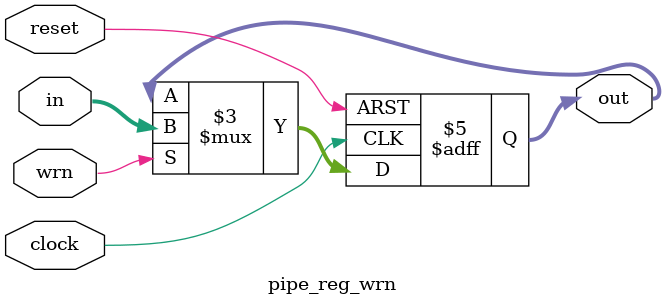
<source format=v>
module pipe_reg_wrn(
	input [31:0] in,
    input clock,
	input reset,
    input wrn,
	output reg [31:0]out
	);
 
	always @(posedge clock,negedge reset) 
	begin
		if(!reset)
			out <= 32'h0000_0000;
		else 
		begin
			if(wrn)
				out <= in;
		end
	end
endmodule 
</source>
